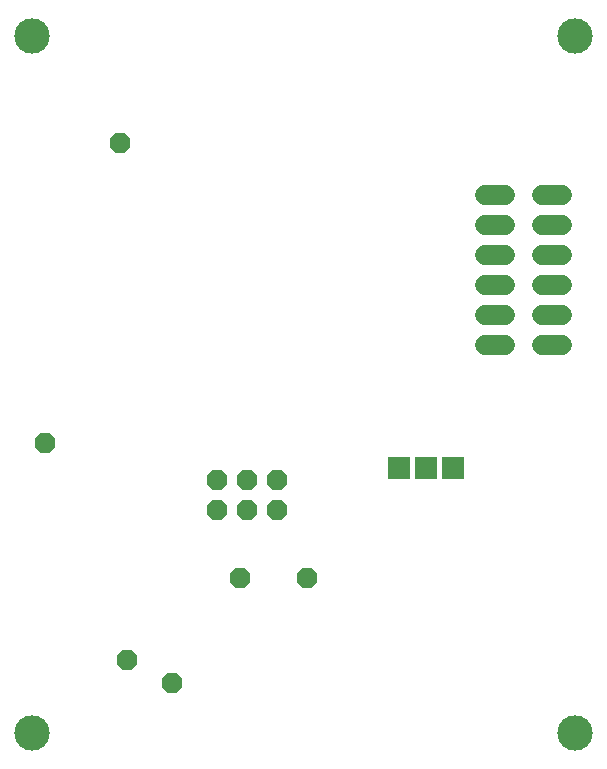
<source format=gbr>
G04 EAGLE Gerber RS-274X export*
G75*
%MOMM*%
%FSLAX34Y34*%
%LPD*%
%INSoldermask Bottom*%
%IPPOS*%
%AMOC8*
5,1,8,0,0,1.08239X$1,22.5*%
G01*
%ADD10C,3.000000*%
%ADD11R,1.978000X1.978000*%
%ADD12C,1.724000*%
%ADD13P,1.848722X8X202.500000*%
%ADD14P,1.866040X8X22.500000*%


D10*
X40000Y630000D03*
X40000Y40000D03*
X500000Y40000D03*
X500000Y630000D03*
D11*
X396240Y264160D03*
X373380Y264160D03*
X350520Y264160D03*
D12*
X423418Y495300D02*
X440182Y495300D01*
X440182Y469900D02*
X423418Y469900D01*
X423418Y444500D02*
X440182Y444500D01*
X440182Y419100D02*
X423418Y419100D01*
X423418Y393700D02*
X440182Y393700D01*
X440182Y368300D02*
X423418Y368300D01*
D13*
X247650Y254000D03*
X247650Y228600D03*
X222250Y254000D03*
X222250Y228600D03*
X196850Y254000D03*
X196850Y228600D03*
D14*
X120650Y101600D03*
X273050Y171450D03*
X158750Y82550D03*
X215900Y171450D03*
X50800Y285750D03*
X114300Y539750D03*
D12*
X471618Y495300D02*
X488382Y495300D01*
X488382Y469900D02*
X471618Y469900D01*
X471618Y444500D02*
X488382Y444500D01*
X488382Y419100D02*
X471618Y419100D01*
X471618Y393700D02*
X488382Y393700D01*
X488382Y368300D02*
X471618Y368300D01*
M02*

</source>
